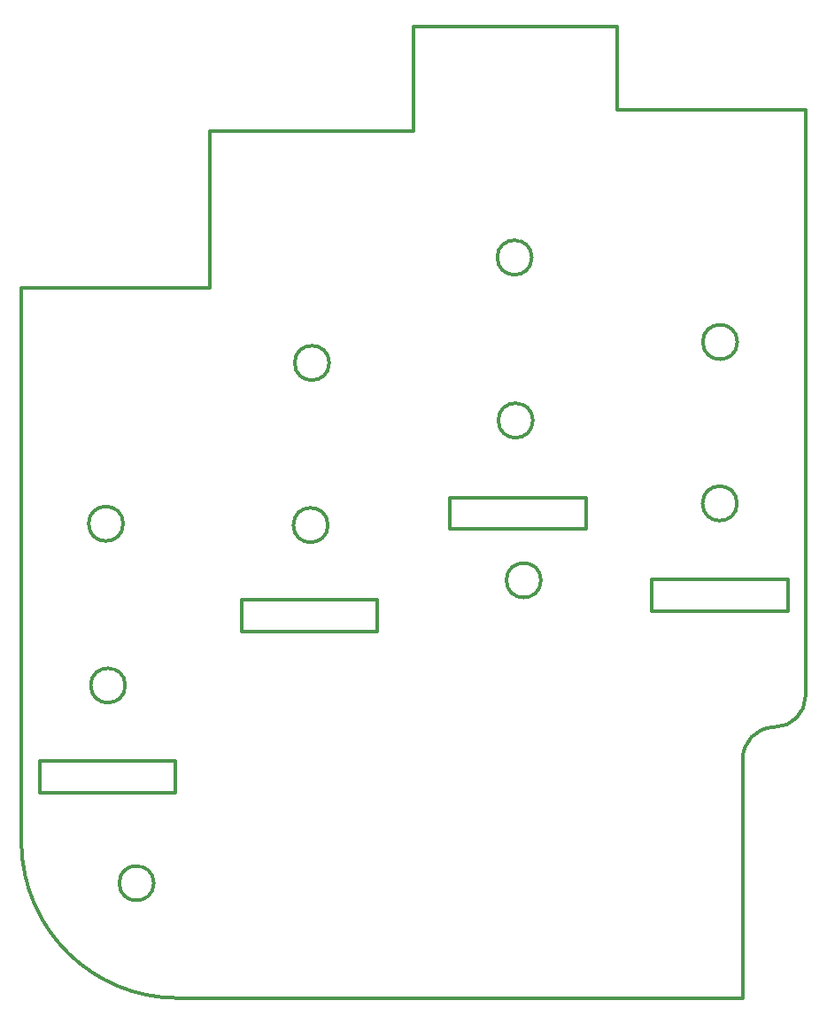
<source format=gm1>
G04 #@! TF.GenerationSoftware,KiCad,Pcbnew,(5.0.2)-1*
G04 #@! TF.CreationDate,2019-04-05T17:45:13+02:00*
G04 #@! TF.ProjectId,DorsalTPMG90,446f7273-616c-4545-904d-4739302e6b69,v01*
G04 #@! TF.SameCoordinates,Original*
G04 #@! TF.FileFunction,Profile,NP*
%FSLAX46Y46*%
G04 Gerber Fmt 4.6, Leading zero omitted, Abs format (unit mm)*
G04 Created by KiCad (PCBNEW (5.0.2)-1) date 05/04/2019 17:45:13*
%MOMM*%
%LPD*%
G01*
G04 APERTURE LIST*
%ADD10C,0.300000*%
G04 APERTURE END LIST*
D10*
X179480920Y-118121900D02*
X179470920Y-140931900D01*
X151475000Y-96100000D02*
X151475000Y-93100000D01*
X164500000Y-96100000D02*
X151500000Y-96100000D01*
X164500000Y-93100000D02*
X164500000Y-96100000D01*
X151475000Y-93100000D02*
X164475000Y-93100000D01*
X170800000Y-103950000D02*
X170800000Y-100950000D01*
X183825000Y-100950000D02*
X170825000Y-100950000D01*
X183825000Y-100950000D02*
X183825000Y-103950000D01*
X170825000Y-103950000D02*
X183825000Y-103950000D01*
X131550000Y-105875000D02*
X131550000Y-102875000D01*
X144550000Y-105900000D02*
X131550000Y-105900000D01*
X144550000Y-102875000D02*
X144550000Y-105875000D01*
X131550000Y-102875000D02*
X144550000Y-102875000D01*
X125225000Y-121300000D02*
X125225000Y-118300000D01*
X125225000Y-121300000D02*
X112225000Y-121300000D01*
X112225000Y-118300000D02*
X112225000Y-121300000D01*
X112225000Y-118300000D02*
X125225000Y-118300000D01*
X120425000Y-111050000D02*
G75*
G03X120425000Y-111050000I-1650000J0D01*
G01*
X178950000Y-78225000D02*
G75*
G03X178950000Y-78225000I-1650000J0D01*
G01*
X123150000Y-129950000D02*
G75*
G03X123150000Y-129950000I-1650000J0D01*
G01*
X160175000Y-101000000D02*
G75*
G03X160175000Y-101000000I-1650000J0D01*
G01*
X139800000Y-95725000D02*
G75*
G03X139800000Y-95725000I-1650000J0D01*
G01*
X178925000Y-93650000D02*
G75*
G03X178925000Y-93650000I-1650000J0D01*
G01*
X120225000Y-95600000D02*
G75*
G03X120225000Y-95600000I-1650000J0D01*
G01*
X159400000Y-85725000D02*
G75*
G03X159400000Y-85725000I-1650000J0D01*
G01*
X139925000Y-80225000D02*
G75*
G03X139925000Y-80225000I-1650000J0D01*
G01*
X159300000Y-70150000D02*
G75*
G03X159300000Y-70150000I-1650000J0D01*
G01*
X185483620Y-112040506D02*
G75*
G02X182483620Y-115040506I-3000000J0D01*
G01*
X179484653Y-118119219D02*
G75*
G02X182483620Y-115040506I2998967J78713D01*
G01*
X125470920Y-140931900D02*
G75*
G02X110498860Y-126264026I0J14975214D01*
G01*
X179470920Y-140931900D02*
X125470920Y-140931900D01*
X185483620Y-56040506D02*
X185483620Y-112040506D01*
X110483620Y-73040506D02*
X110498860Y-126264026D01*
X110483620Y-73040506D02*
X128483620Y-73040506D01*
X128483620Y-58040506D02*
X128483620Y-73040506D01*
X128483620Y-58040506D02*
X147983620Y-58040506D01*
X147983620Y-48040506D02*
X147983620Y-58040506D01*
X147983620Y-48040506D02*
X167483620Y-48040506D01*
X167483620Y-56040506D02*
X167483620Y-48040506D01*
X167483620Y-56040506D02*
X185483620Y-56040506D01*
M02*

</source>
